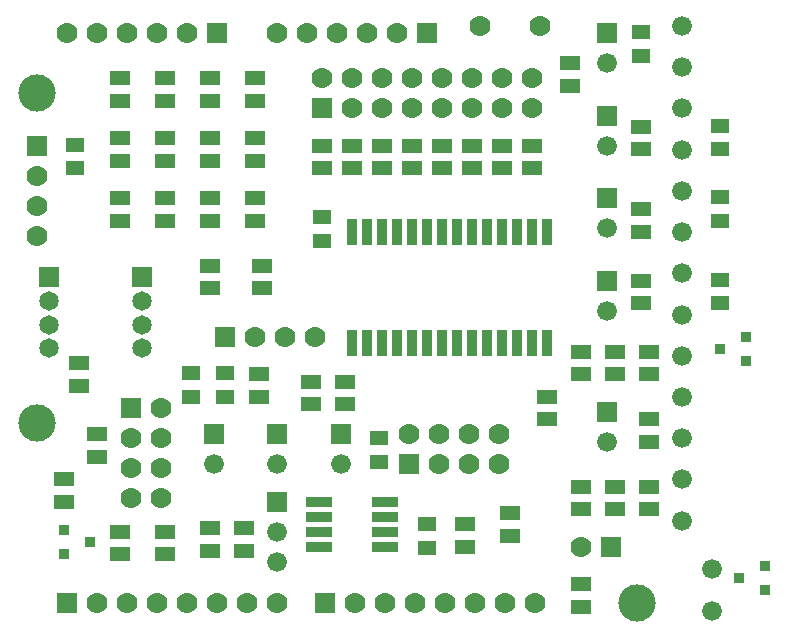
<source format=gbs>
G04  Format:          Gerber Format (RS-274-D), ASCII*
G04*
G04  Format Options:  Absolute Positioning*
G04                   Leading-Zero Suppression*
G04                   Scale Factor 1:1*
G04                   NO Circular Interpolation*
G04                   Millimeter Units*
G04                   Numeric Format: 4.4 (XXXX.XXXX)*
G04                   G54 NOT Used for Aperture Change*
G04                   Apertures Embedded*
G04*
G04  File Options:    Offset = (0.000mm,0.000mm)*
G04                   Drill Symbol Size = 0.000mm*
G04                   No Pad/Via Holes*
G04*
G04  File Contents:   Pads*
G04                   No Vias*
G04                   No Designators*
G04                   No Types*
G04                   No Values*
G04                   No Drill Symbols*
G04                   Bot Mask*
G04*
%INARHAB_VB.GBS*%
%ICAS*%
%MOMM*%
G04*
G04  Aperture MACROs for general use --- invoked via D-code assignment *
G04*
G04  General MACRO for flashed round with rotation and/or offset hole *
%AMROTOFFROUND*
1,1,$1,0.0000,0.0000*
1,0,$2,$3,$4*%
G04*
G04  General MACRO for flashed oval (obround) with rotation and/or offset hole *
%AMROTOFFOVAL*
21,1,$1,$2,0.0000,0.0000,$3*
1,1,$4,$5,$6*
1,1,$4,0-$5,0-$6*
1,0,$7,$8,$9*%
G04*
G04  General MACRO for flashed oval (obround) with rotation and no hole *
%AMROTOVALNOHOLE*
21,1,$1,$2,0.0000,0.0000,$3*
1,1,$4,$5,$6*
1,1,$4,0-$5,0-$6*%
G04*
G04  General MACRO for flashed rectangle with rotation and/or offset hole *
%AMROTOFFRECT*
21,1,$1,$2,0.0000,0.0000,$3*
1,0,$4,$5,$6*%
G04*
G04  General MACRO for flashed rectangle with rotation and no hole *
%AMROTRECTNOHOLE*
21,1,$1,$2,0.0000,0.0000,$3*%
G04*
G04  General MACRO for flashed rounded-rectangle *
%AMROUNDRECT*
21,1,$1,$2-$4,0.0000,0.0000,$3*
21,1,$1-$4,$2,0.0000,0.0000,$3*
1,1,$4,$5,$6*
1,1,$4,$7,$8*
1,1,$4,0-$5,0-$6*
1,1,$4,0-$7,0-$8*
1,0,$9,$10,$11*%
G04*
G04  General MACRO for flashed rounded-rectangle with rotation and no hole *
%AMROUNDRECTNOHOLE*
21,1,$1,$2-$4,0.0000,0.0000,$3*
21,1,$1-$4,$2,0.0000,0.0000,$3*
1,1,$4,$5,$6*
1,1,$4,$7,$8*
1,1,$4,0-$5,0-$6*
1,1,$4,0-$7,0-$8*%
G04*
G04  General MACRO for flashed regular polygon *
%AMREGPOLY*
5,1,$1,0.0000,0.0000,$2,$3+$4*
1,0,$5,$6,$7*%
G04*
G04  General MACRO for flashed regular polygon with no hole *
%AMREGPOLYNOHOLE*
5,1,$1,0.0000,0.0000,$2,$3+$4*%
G04*
G04  General MACRO for target *
%AMTARGET*
6,0,0,$1,$2,$3,4,$4,$5,$6*%
G04*
G04  General MACRO for mounting hole *
%AMMTHOLE*
1,1,$1,0,0*
1,0,$2,0,0*
$1=$1-$2*
$1=$1/2*
21,1,$2+$1,$3,0,0,$4*
21,1,$3,$2+$1,0,0,$4*%
G04*
G04*
G04  D10 : "Ellipse X0.254mm Y0.254mm H0.000mm 0.0deg (0.000mm,0.000mm) Draw"*
G04  Disc: OuterDia=0.2540*
%ADD10C, 0.2540*%
G04  D11 : "Ellipse X0.279mm Y0.279mm H0.000mm 0.0deg (0.000mm,0.000mm) Draw"*
G04  Disc: OuterDia=0.2794*
%ADD11C, 0.2794*%
G04  D12 : "Ellipse X0.381mm Y0.381mm H0.000mm 0.0deg (0.000mm,0.000mm) Draw"*
G04  Disc: OuterDia=0.3810*
%ADD12C, 0.3810*%
G04  D13 : "Ellipse X0.508mm Y0.508mm H0.000mm 0.0deg (0.000mm,0.000mm) Draw"*
G04  Disc: OuterDia=0.5080*
%ADD13C, 0.5080*%
G04  D14 : "Ellipse X0.635mm Y0.635mm H0.000mm 0.0deg (0.000mm,0.000mm) Draw"*
G04  Disc: OuterDia=0.6350*
%ADD14C, 0.6350*%
G04  D15 : "Ellipse X0.762mm Y0.762mm H0.000mm 0.0deg (0.000mm,0.000mm) Draw"*
G04  Disc: OuterDia=0.7620*
%ADD15C, 0.7620*%
G04  D16 : "Ellipse X0.127mm Y0.127mm H0.000mm 0.0deg (0.000mm,0.000mm) Draw"*
G04  Disc: OuterDia=0.1270*
%ADD16C, 0.1270*%
G04  D17 : "Ellipse X0.152mm Y0.152mm H0.000mm 0.0deg (0.000mm,0.000mm) Draw"*
G04  Disc: OuterDia=0.1524*
%ADD17C, 0.1524*%
G04  D18 : "Ellipse X0.180mm Y0.180mm H0.000mm 0.0deg (0.000mm,0.000mm) Draw"*
G04  Disc: OuterDia=0.1800*
%ADD18C, 0.1800*%
G04  D19 : "Ellipse X0.250mm Y0.250mm H0.000mm 0.0deg (0.000mm,0.000mm) Draw"*
G04  Disc: OuterDia=0.2500*
%ADD19C, 0.2500*%
G04  D20 : "Ellipse X3.152mm Y3.152mm H0.000mm 0.0deg (0.000mm,0.000mm) Flash"*
G04  Disc: OuterDia=3.1520*
%ADD20C, 3.1520*%
G04  D21 : "Ellipse X1.500mm Y1.500mm H0.000mm 0.0deg (0.000mm,0.000mm) Flash"*
G04  Disc: OuterDia=1.5000*
%ADD21C, 1.5000*%
G04  D22 : "Ellipse X1.524mm Y1.524mm H0.000mm 0.0deg (0.000mm,0.000mm) Flash"*
G04  Disc: OuterDia=1.5240*
%ADD22C, 1.5240*%
G04  D23 : "Ellipse X1.626mm Y1.626mm H0.000mm 0.0deg (0.000mm,0.000mm) Flash"*
G04  Disc: OuterDia=1.6256*
%ADD23C, 1.6256*%
G04  D24 : "Ellipse X1.652mm Y1.652mm H0.000mm 0.0deg (0.000mm,0.000mm) Flash"*
G04  Disc: OuterDia=1.6520*
%ADD24C, 1.6520*%
G04  D25 : "Ellipse X1.676mm Y1.676mm H0.000mm 0.0deg (0.000mm,0.000mm) Flash"*
G04  Disc: OuterDia=1.6760*
%ADD25C, 1.6760*%
G04  D26 : "Ellipse X1.778mm Y1.778mm H0.000mm 0.0deg (0.000mm,0.000mm) Flash"*
G04  Disc: OuterDia=1.7776*
%ADD26C, 1.7776*%
G04  D27 : "Mounting Hole X3.000mm Y3.000mm H0.000mm 0.0deg (0.000mm,0.000mm) Flash"*
G04  Mounting Hole: Diameter=3.0000, Rotation=0.0, LineWidth=0.1270 *
%ADD27MTHOLE, 3.0000 X2.4920 X0.1270 X0.0*%
G04  D28 : "Rectangle X0.813mm Y0.813mm H0.000mm 0.0deg (0.000mm,0.000mm) Flash"*
G04  Square: Side=0.8128, Rotation=0.0, OffsetX=0.0000, OffsetY=0.0000, HoleDia=0.0000*
%ADD28R, 0.8128 X0.8128*%
G04  D29 : "Rectangle X0.965mm Y0.965mm H0.000mm 0.0deg (0.000mm,0.000mm) Flash"*
G04  Square: Side=0.9648, Rotation=0.0, OffsetX=0.0000, OffsetY=0.0000, HoleDia=0.0000*
%ADD29R, 0.9648 X0.9648*%
G04  D30 : "Rectangle X1.500mm Y1.000mm H0.000mm 0.0deg (0.000mm,0.000mm) Flash"*
G04  Rectangular: DimX=1.5000, DimY=1.0000, Rotation=0.0, OffsetX=0.0000, OffsetY=0.0000, HoleDia=0.0000 *
%ADD30R, 1.5000 X1.0000*%
G04  D31 : "Rectangle X1.400mm Y1.100mm H0.000mm 0.0deg (0.000mm,0.000mm) Flash"*
G04  Rectangular: DimX=1.4000, DimY=1.1000, Rotation=0.0, OffsetX=0.0000, OffsetY=0.0000, HoleDia=0.0000 *
%ADD31R, 1.4000 X1.1000*%
G04  D32 : "Rectangle X1.652mm Y1.152mm H0.000mm 0.0deg (0.000mm,0.000mm) Flash"*
G04  Rectangular: DimX=1.6520, DimY=1.1520, Rotation=0.0, OffsetX=0.0000, OffsetY=0.0000, HoleDia=0.0000 *
%ADD32R, 1.6520 X1.1520*%
G04  D33 : "Rectangle X1.552mm Y1.252mm H0.000mm 0.0deg (0.000mm,0.000mm) Flash"*
G04  Rectangular: DimX=1.5520, DimY=1.2520, Rotation=0.0, OffsetX=0.0000, OffsetY=0.0000, HoleDia=0.0000 *
%ADD33R, 1.5520 X1.2520*%
G04  D34 : "Rectangle X1.500mm Y1.500mm H0.000mm 0.0deg (0.000mm,0.000mm) Flash"*
G04  Square: Side=1.5000, Rotation=0.0, OffsetX=0.0000, OffsetY=0.0000, HoleDia=0.0000*
%ADD34R, 1.5000 X1.5000*%
G04  D35 : "Rectangle X1.524mm Y1.524mm H0.000mm 0.0deg (0.000mm,0.000mm) Flash"*
G04  Square: Side=1.5240, Rotation=0.0, OffsetX=0.0000, OffsetY=0.0000, HoleDia=0.0000*
%ADD35R, 1.5240 X1.5240*%
G04  D36 : "Rectangle X1.626mm Y1.626mm H0.000mm 0.0deg (0.000mm,0.000mm) Flash"*
G04  Square: Side=1.6256, Rotation=0.0, OffsetX=0.0000, OffsetY=0.0000, HoleDia=0.0000*
%ADD36R, 1.6256 X1.6256*%
G04  D37 : "Rectangle X1.652mm Y1.652mm H0.000mm 0.0deg (0.000mm,0.000mm) Flash"*
G04  Square: Side=1.6520, Rotation=0.0, OffsetX=0.0000, OffsetY=0.0000, HoleDia=0.0000*
%ADD37R, 1.6520 X1.6520*%
G04  D38 : "Rectangle X1.676mm Y1.676mm H0.000mm 0.0deg (0.000mm,0.000mm) Flash"*
G04  Square: Side=1.6760, Rotation=0.0, OffsetX=0.0000, OffsetY=0.0000, HoleDia=0.0000*
%ADD38R, 1.6760 X1.6760*%
G04  D39 : "Rectangle X1.778mm Y1.778mm H0.000mm 0.0deg (0.000mm,0.000mm) Flash"*
G04  Square: Side=1.7776, Rotation=0.0, OffsetX=0.0000, OffsetY=0.0000, HoleDia=0.0000*
%ADD39R, 1.7776 X1.7776*%
G04  D40 : "Rectangle X2.032mm Y0.660mm H0.000mm 0.0deg (0.000mm,0.000mm) Flash"*
G04  Rectangular: DimX=2.0320, DimY=0.6604, Rotation=0.0, OffsetX=0.0000, OffsetY=0.0000, HoleDia=0.0000 *
%ADD40R, 2.0320 X0.6604*%
G04  D41 : "Rectangle X0.660mm Y2.032mm H0.000mm 0.0deg (0.000mm,0.000mm) Flash"*
G04  Rectangular: DimX=0.6604, DimY=2.0320, Rotation=0.0, OffsetX=0.0000, OffsetY=0.0000, HoleDia=0.0000 *
%ADD41R, 0.6604 X2.0320*%
G04  D42 : "Rectangle X2.184mm Y0.812mm H0.000mm 0.0deg (0.000mm,0.000mm) Flash"*
G04  Rectangular: DimX=2.1840, DimY=0.8124, Rotation=0.0, OffsetX=0.0000, OffsetY=0.0000, HoleDia=0.0000 *
%ADD42R, 2.1840 X0.8124*%
G04  D43 : "Rectangle X0.812mm Y2.184mm H0.000mm 0.0deg (0.000mm,0.000mm) Flash"*
G04  Rectangular: DimX=0.8124, DimY=2.1840, Rotation=0.0, OffsetX=0.0000, OffsetY=0.0000, HoleDia=0.0000 *
%ADD43R, 0.8124 X2.1840*%
G04  D44 : "Ellipse X1.016mm Y1.016mm H0.000mm 0.0deg (0.000mm,0.000mm) Flash"*
G04  Disc: OuterDia=1.0160*
%ADD44C, 1.0160*%
G04  D45 : "Ellipse X1.168mm Y1.168mm H0.000mm 0.0deg (0.000mm,0.000mm) Flash"*
G04  Disc: OuterDia=1.1680*
%ADD45C, 1.1680*%
G04*
%FSLAX44Y44*%
%SFA1B1*%
%OFA0.000B0.000*%
G04*
G71*
G90*
G01*
D2*
%LNBot Mask*%
D20*
X1117600Y660400D3*
Y939800D3*
D32*
X1187450Y568325D3*
Y549275D3*
Y933450D3*
Y952500D3*
D25*
X1266825Y625475D3*
D38*
Y650875D3*
D32*
X1263650Y933450D3*
Y952500D3*
D33*
X1406525Y627700D3*
Y647700D3*
D32*
X1479550Y574675D3*
Y555625D3*
X1577975Y720725D3*
Y701675D3*
D20*
X1625600Y508000D3*
D32*
X1635125Y720725D3*
Y701675D3*
D29*
X1695577Y723265D3*
X1717675Y713105D3*
Y733425D3*
D32*
X1187450Y882650D3*
Y901700D3*
Y831850D3*
Y850900D3*
X1263650Y552450D3*
Y571500D3*
Y882650D3*
Y901700D3*
D33*
X1247775Y702625D3*
Y682625D3*
D32*
X1263650Y831850D3*
Y850900D3*
Y774700D3*
Y793750D3*
X1384300Y895350D3*
Y876300D3*
X1409700Y895350D3*
Y876300D3*
X1485900Y895350D3*
Y876300D3*
X1460500Y895350D3*
Y876300D3*
D26*
X1492250Y996950D3*
D32*
X1577975Y606425D3*
Y587375D3*
Y523875D3*
Y504825D3*
X1536700Y895350D3*
Y876300D3*
X1549400Y682625D3*
Y663575D3*
D26*
X1543050Y996950D3*
D32*
X1635125Y587375D3*
Y606425D3*
X1628775Y762000D3*
Y781050D3*
Y841375D3*
Y822325D3*
Y911225D3*
Y892175D3*
D33*
X1695450Y851850D3*
Y831850D3*
Y782000D3*
Y762000D3*
Y912175D3*
Y892175D3*
D32*
X1168400Y650875D3*
Y631825D3*
X1349375Y676275D3*
Y695325D3*
X1568450Y965200D3*
Y946150D3*
X1635125Y644525D3*
Y663575D3*
D33*
X1628775Y991550D3*
Y971550D3*
D29*
X1161923Y559435D3*
X1139825Y549275D3*
Y569595D3*
D32*
X1225550Y568325D3*
Y549275D3*
Y933450D3*
Y952500D3*
D33*
X1447800Y554675D3*
Y574675D3*
D25*
X1374775Y625475D3*
D38*
Y650875D3*
D25*
X1320800Y625475D3*
D38*
Y650875D3*
D32*
X1358900Y895350D3*
Y876300D3*
X1301750Y933450D3*
Y952500D3*
D39*
X1603375Y555625D3*
D26*
X1577975D3*
D32*
X1606550Y701675D3*
Y720725D3*
X1225550Y882650D3*
Y901700D3*
D33*
X1149350Y896300D3*
Y876300D3*
D26*
X1117600Y819150D3*
D39*
Y895350D3*
D26*
Y869950D3*
Y844550D3*
D32*
X1225550Y831850D3*
Y850900D3*
X1152525Y711200D3*
Y692150D3*
D37*
X1206500Y783900D3*
D24*
Y763900D3*
Y723900D3*
Y743900D3*
D37*
X1127125Y783900D3*
D24*
Y763900D3*
Y723900D3*
Y743900D3*
D39*
X1361440Y508000D3*
D26*
X1412240D3*
X1437640D3*
X1488440D3*
X1513840D3*
X1386840D3*
X1463040D3*
X1539240D3*
D32*
X1292225Y552450D3*
Y571500D3*
D25*
X1320800Y542925D3*
D38*
Y593725D3*
D25*
Y568325D3*
D42*
X1355725Y593725D3*
Y568325D3*
Y555625D3*
X1411605Y593725D3*
Y568325D3*
Y555625D3*
X1355725Y581025D3*
X1411605D3*
D32*
X1517650Y565150D3*
Y584200D3*
X1435100Y895350D3*
Y876300D3*
X1301750Y882650D3*
Y901700D3*
X1511300Y895350D3*
Y876300D3*
D33*
X1358900Y815025D3*
Y835025D3*
D32*
X1301750Y831850D3*
Y850900D3*
X1308100Y774700D3*
Y793750D3*
X1377950Y676275D3*
Y695325D3*
D43*
X1549400Y822325D3*
X1524000D3*
X1473200D3*
X1485900D3*
X1498600D3*
X1511300D3*
X1447800D3*
X1397000D3*
X1409700D3*
X1422400D3*
X1435100D3*
X1549400Y728345D3*
X1524000D3*
X1498600D3*
X1485900D3*
X1473200D3*
X1511300D3*
X1447800D3*
X1422400D3*
X1409700D3*
X1397000D3*
X1435100D3*
X1536700Y822325D3*
X1460500D3*
X1384300D3*
X1536700Y728345D3*
X1460500D3*
X1384300D3*
D39*
X1447800Y990600D3*
D26*
X1397000D3*
X1371600D3*
X1320800D3*
X1422400D3*
X1346200D3*
D25*
X1663700Y612775D3*
Y577775D3*
D29*
X1711452Y529590D3*
X1733550Y519430D3*
Y539750D3*
D32*
X1606550Y606425D3*
Y587375D3*
D25*
X1689100Y501650D3*
Y536650D3*
X1600200Y895350D3*
D38*
Y920750D3*
D25*
Y825500D3*
D38*
Y850900D3*
D25*
X1663700Y822250D3*
Y857250D3*
Y892100D3*
Y927100D3*
Y752400D3*
Y787400D3*
X1600200Y755650D3*
D38*
Y781050D3*
D26*
X1196975Y596900D3*
Y647700D3*
D39*
Y673100D3*
D26*
X1222375Y596900D3*
Y647700D3*
Y673100D3*
X1196975Y622300D3*
X1222375D3*
D32*
X1139825Y612775D3*
Y593725D3*
X1304925Y682625D3*
Y701675D3*
D33*
X1276350Y702625D3*
Y682625D3*
D26*
X1508125Y625475D3*
X1457325D3*
D39*
X1431925D3*
D26*
X1508125Y650875D3*
X1457325D3*
X1431925D3*
X1482725Y625475D3*
Y650875D3*
X1511300Y927100D3*
X1536700D3*
X1460500D3*
X1435100D3*
X1384300D3*
D39*
X1358900D3*
D26*
X1511300Y952500D3*
X1536700D3*
X1460500D3*
X1435100D3*
X1384300D3*
X1358900D3*
X1409700Y927100D3*
X1485900D3*
X1409700Y952500D3*
X1485900D3*
D25*
X1600200Y644525D3*
D38*
Y669925D3*
D25*
X1663700Y682550D3*
Y717550D3*
Y647625D3*
Y961950D3*
Y996950D3*
D39*
X1143000Y508000D3*
D26*
X1193800D3*
X1219200D3*
X1270000D3*
X1295400D3*
X1168400D3*
X1244600D3*
X1320800D3*
X1301750Y733425D3*
X1327150D3*
X1352550D3*
D39*
X1276350D3*
X1270000Y990600D3*
D26*
X1219200D3*
X1193800D3*
X1143000D3*
X1244600D3*
X1168400D3*
D25*
X1600200Y965200D3*
D38*
Y990600D3*
D02M02*

</source>
